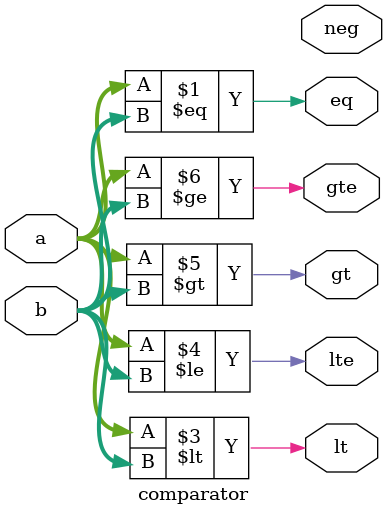
<source format=sv>
module comparator
#(parameter N = 8)
(input logic [N-1:0] a, b, output logic eq, neg, lt, lte, gt, gte);

	assign eq = (a == b);
	assign neq = (a != b);
	assign lt = (a < b);
	assign lte = (a <= b);
	assign gt = (a > b);
	assign gte = (a >= b);

endmodule

</source>
